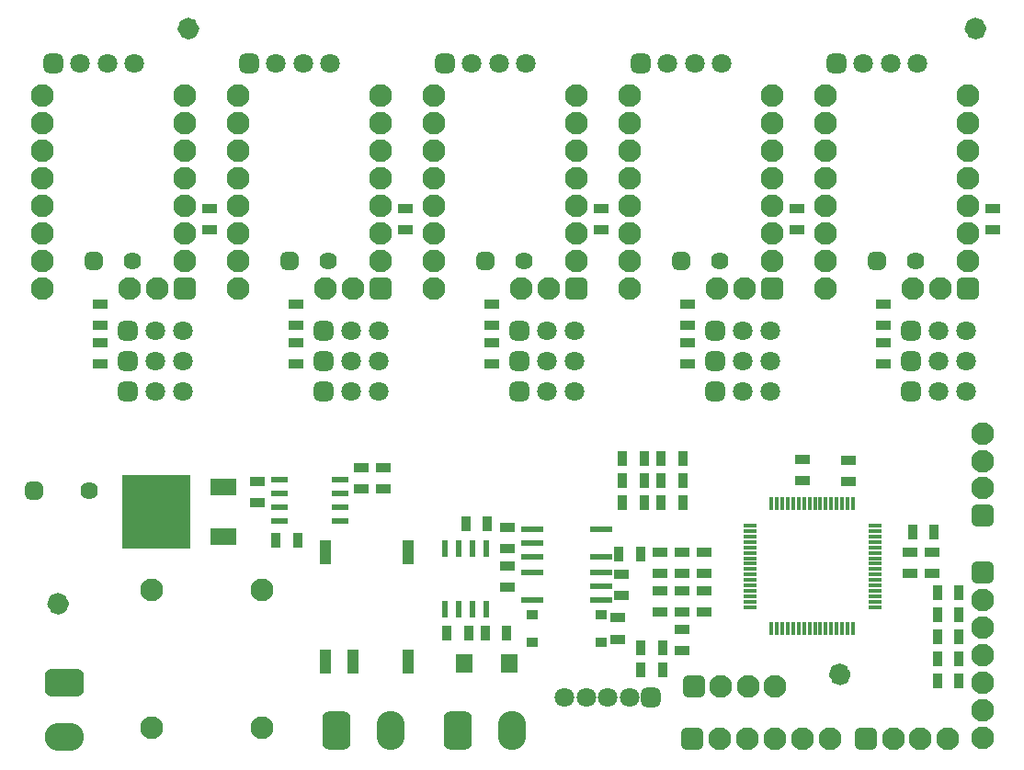
<source format=gts>
G04*
G04 #@! TF.GenerationSoftware,Altium Limited,Altium Designer,24.5.2 (23)*
G04*
G04 Layer_Color=8388736*
%FSLAX44Y44*%
%MOMM*%
G71*
G04*
G04 #@! TF.SameCoordinates,211F2C99-C352-4B84-9391-B0A9BACE0CBF*
G04*
G04*
G04 #@! TF.FilePolarity,Negative*
G04*
G01*
G75*
%ADD18C,1.0000*%
%ADD19R,1.3700X0.8112*%
%ADD20R,0.8112X1.3700*%
%ADD21R,2.3860X1.6240*%
%ADD22R,6.3484X6.8310*%
%ADD23R,1.1000X2.2000*%
%ADD24R,1.6240X0.6080*%
%ADD25R,1.6240X1.7510*%
%ADD26R,0.6080X1.6240*%
%ADD27R,2.0050X0.6080*%
%ADD28R,1.1160X0.8620*%
%ADD29R,0.4000X1.3000*%
%ADD30R,1.3000X0.4000*%
%ADD31C,1.8000*%
G04:AMPARAMS|DCode=32|XSize=1.8mm|YSize=1.8mm|CornerRadius=0.475mm|HoleSize=0mm|Usage=FLASHONLY|Rotation=90.000|XOffset=0mm|YOffset=0mm|HoleType=Round|Shape=RoundedRectangle|*
%AMROUNDEDRECTD32*
21,1,1.8000,0.8500,0,0,90.0*
21,1,0.8500,1.8000,0,0,90.0*
1,1,0.9500,0.4250,0.4250*
1,1,0.9500,0.4250,-0.4250*
1,1,0.9500,-0.4250,-0.4250*
1,1,0.9500,-0.4250,0.4250*
%
%ADD32ROUNDEDRECTD32*%
G04:AMPARAMS|DCode=33|XSize=1.624mm|YSize=1.624mm|CornerRadius=0.431mm|HoleSize=0mm|Usage=FLASHONLY|Rotation=0.000|XOffset=0mm|YOffset=0mm|HoleType=Round|Shape=RoundedRectangle|*
%AMROUNDEDRECTD33*
21,1,1.6240,0.7620,0,0,0.0*
21,1,0.7620,1.6240,0,0,0.0*
1,1,0.8620,0.3810,-0.3810*
1,1,0.8620,-0.3810,-0.3810*
1,1,0.8620,-0.3810,0.3810*
1,1,0.8620,0.3810,0.3810*
%
%ADD33ROUNDEDRECTD33*%
%ADD34C,1.6240*%
%ADD35O,3.6000X2.6000*%
G04:AMPARAMS|DCode=36|XSize=2.6mm|YSize=3.6mm|CornerRadius=0.675mm|HoleSize=0mm|Usage=FLASHONLY|Rotation=270.000|XOffset=0mm|YOffset=0mm|HoleType=Round|Shape=RoundedRectangle|*
%AMROUNDEDRECTD36*
21,1,2.6000,2.2500,0,0,270.0*
21,1,1.2500,3.6000,0,0,270.0*
1,1,1.3500,-1.1250,-0.6250*
1,1,1.3500,-1.1250,0.6250*
1,1,1.3500,1.1250,0.6250*
1,1,1.3500,1.1250,-0.6250*
%
%ADD36ROUNDEDRECTD36*%
%ADD37O,2.6000X3.6000*%
G04:AMPARAMS|DCode=38|XSize=2.6mm|YSize=3.6mm|CornerRadius=0.675mm|HoleSize=0mm|Usage=FLASHONLY|Rotation=0.000|XOffset=0mm|YOffset=0mm|HoleType=Round|Shape=RoundedRectangle|*
%AMROUNDEDRECTD38*
21,1,2.6000,2.2500,0,0,0.0*
21,1,1.2500,3.6000,0,0,0.0*
1,1,1.3500,0.6250,-1.1250*
1,1,1.3500,-0.6250,-1.1250*
1,1,1.3500,-0.6250,1.1250*
1,1,1.3500,0.6250,1.1250*
%
%ADD38ROUNDEDRECTD38*%
%ADD39C,2.1000*%
G04:AMPARAMS|DCode=40|XSize=2.1mm|YSize=2.1mm|CornerRadius=0.55mm|HoleSize=0mm|Usage=FLASHONLY|Rotation=90.000|XOffset=0mm|YOffset=0mm|HoleType=Round|Shape=RoundedRectangle|*
%AMROUNDEDRECTD40*
21,1,2.1000,1.0000,0,0,90.0*
21,1,1.0000,2.1000,0,0,90.0*
1,1,1.1000,0.5000,0.5000*
1,1,1.1000,0.5000,-0.5000*
1,1,1.1000,-0.5000,-0.5000*
1,1,1.1000,-0.5000,0.5000*
%
%ADD40ROUNDEDRECTD40*%
G04:AMPARAMS|DCode=41|XSize=2.1mm|YSize=2.1mm|CornerRadius=0.55mm|HoleSize=0mm|Usage=FLASHONLY|Rotation=0.000|XOffset=0mm|YOffset=0mm|HoleType=Round|Shape=RoundedRectangle|*
%AMROUNDEDRECTD41*
21,1,2.1000,1.0000,0,0,0.0*
21,1,1.0000,2.1000,0,0,0.0*
1,1,1.1000,0.5000,-0.5000*
1,1,1.1000,-0.5000,-0.5000*
1,1,1.1000,-0.5000,0.5000*
1,1,1.1000,0.5000,0.5000*
%
%ADD41ROUNDEDRECTD41*%
%ADD42C,0.7000*%
D18*
X869070Y611010D02*
G03*
X869070Y611010I-5000J0D01*
G01*
X989070Y1141010D02*
G03*
X989070Y1141010I-5000J0D01*
G01*
X1714070D02*
G03*
X1714070Y1141010I-5000J0D01*
G01*
X1589070Y546010D02*
G03*
X1589070Y546010I-5000J0D01*
G01*
D19*
X1443990Y867664D02*
D03*
Y887476D02*
D03*
X1459230Y603504D02*
D03*
Y623316D02*
D03*
X1163320Y736346D02*
D03*
Y716534D02*
D03*
X1047750Y723646D02*
D03*
Y703834D02*
D03*
X1143000Y716534D02*
D03*
Y736346D02*
D03*
X1379220Y578358D02*
D03*
Y598170D02*
D03*
X1383030Y618744D02*
D03*
Y638556D02*
D03*
X1277620Y646176D02*
D03*
Y626364D02*
D03*
X1418590Y658876D02*
D03*
Y639064D02*
D03*
X1438910Y658876D02*
D03*
Y639064D02*
D03*
X1459230Y658876D02*
D03*
Y639064D02*
D03*
X1438910Y603504D02*
D03*
Y623316D02*
D03*
X1418590Y603504D02*
D03*
Y623316D02*
D03*
X1668780Y639064D02*
D03*
Y658876D02*
D03*
X1438910Y567944D02*
D03*
Y587756D02*
D03*
X1549400Y743966D02*
D03*
Y724154D02*
D03*
X1591746Y743390D02*
D03*
Y723578D02*
D03*
X1648460Y658876D02*
D03*
Y639064D02*
D03*
X902970Y851916D02*
D03*
Y832104D02*
D03*
Y887476D02*
D03*
Y867664D02*
D03*
X1083310Y887476D02*
D03*
Y867664D02*
D03*
Y851916D02*
D03*
Y832104D02*
D03*
X1263650Y851916D02*
D03*
Y832104D02*
D03*
Y887476D02*
D03*
Y867664D02*
D03*
X1443990Y851916D02*
D03*
Y832104D02*
D03*
X1624330Y887476D02*
D03*
Y867664D02*
D03*
Y851916D02*
D03*
Y832104D02*
D03*
X1003300Y955294D02*
D03*
Y975106D02*
D03*
X1183640Y955294D02*
D03*
Y975106D02*
D03*
X1363980Y955294D02*
D03*
Y975106D02*
D03*
X1544320Y955294D02*
D03*
Y975106D02*
D03*
X1724660D02*
D03*
Y955294D02*
D03*
X1277620Y661924D02*
D03*
Y681736D02*
D03*
D20*
X1403898Y724440D02*
D03*
X1384086D02*
D03*
X1401064Y570230D02*
D03*
X1420876D02*
D03*
X1064768Y669290D02*
D03*
X1084580D02*
D03*
X1277366Y584200D02*
D03*
X1257554D02*
D03*
X1242060D02*
D03*
X1222248D02*
D03*
X1403898Y744760D02*
D03*
X1384086D02*
D03*
Y704120D02*
D03*
X1403898D02*
D03*
X1419646Y724440D02*
D03*
X1439458D02*
D03*
X1380744Y656590D02*
D03*
X1400556D02*
D03*
X1693926Y560070D02*
D03*
X1674114D02*
D03*
X1693926Y539750D02*
D03*
X1674114D02*
D03*
X1651254Y676910D02*
D03*
X1671066D02*
D03*
X1401064Y549910D02*
D03*
X1420876D02*
D03*
X1693926Y600710D02*
D03*
X1674114D02*
D03*
X1693926Y621030D02*
D03*
X1674114D02*
D03*
X1439458Y744760D02*
D03*
X1419646D02*
D03*
X1693926Y580390D02*
D03*
X1674114D02*
D03*
X1439458Y704120D02*
D03*
X1419646D02*
D03*
X1239774Y684530D02*
D03*
X1259586D02*
D03*
D21*
X1016000Y718820D02*
D03*
Y673100D02*
D03*
D22*
X954532Y695960D02*
D03*
D23*
X1186180Y658830D02*
D03*
X1135380Y557830D02*
D03*
X1109980Y658830D02*
D03*
Y557830D02*
D03*
X1186180D02*
D03*
D24*
X1123950Y699770D02*
D03*
X1068070D02*
D03*
X1123950Y712470D02*
D03*
X1068070D02*
D03*
X1123950Y687070D02*
D03*
X1068070D02*
D03*
X1123950Y725170D02*
D03*
X1068070D02*
D03*
D25*
X1237742Y556260D02*
D03*
X1279398D02*
D03*
D26*
X1220470Y605790D02*
D03*
Y661670D02*
D03*
X1258570Y605790D02*
D03*
Y661670D02*
D03*
X1233170Y605790D02*
D03*
Y661670D02*
D03*
X1245870Y605790D02*
D03*
Y661670D02*
D03*
D27*
X1363980Y654050D02*
D03*
Y679450D02*
D03*
X1300480Y654050D02*
D03*
Y666750D02*
D03*
Y679450D02*
D03*
Y640080D02*
D03*
X1363980D02*
D03*
X1300480Y614680D02*
D03*
X1363980D02*
D03*
Y627380D02*
D03*
D28*
X1300480Y600710D02*
D03*
Y575310D02*
D03*
X1363980Y600710D02*
D03*
Y575310D02*
D03*
D29*
X1521186Y703004D02*
D03*
X1526186D02*
D03*
X1531186D02*
D03*
X1536186D02*
D03*
X1541186D02*
D03*
X1546186D02*
D03*
X1551186D02*
D03*
X1556186D02*
D03*
X1586186D02*
D03*
X1581186D02*
D03*
X1576186D02*
D03*
X1571186D02*
D03*
X1566186D02*
D03*
X1561186D02*
D03*
X1591186D02*
D03*
X1596186D02*
D03*
X1521186Y588004D02*
D03*
X1526186D02*
D03*
X1531186D02*
D03*
X1536186D02*
D03*
X1551186D02*
D03*
X1546186D02*
D03*
X1541186D02*
D03*
X1566186D02*
D03*
X1561186D02*
D03*
X1556186D02*
D03*
X1581186D02*
D03*
X1576186D02*
D03*
X1571186D02*
D03*
X1596186D02*
D03*
X1591186D02*
D03*
X1586186D02*
D03*
D30*
X1616186Y683004D02*
D03*
Y678004D02*
D03*
Y673004D02*
D03*
Y668004D02*
D03*
Y608004D02*
D03*
Y613004D02*
D03*
Y618004D02*
D03*
Y623004D02*
D03*
Y628004D02*
D03*
Y633004D02*
D03*
Y663004D02*
D03*
Y658004D02*
D03*
Y653004D02*
D03*
Y648004D02*
D03*
Y643004D02*
D03*
Y638004D02*
D03*
X1501186Y683004D02*
D03*
Y678004D02*
D03*
Y673004D02*
D03*
Y668004D02*
D03*
Y638004D02*
D03*
Y643004D02*
D03*
Y648004D02*
D03*
Y653004D02*
D03*
Y658004D02*
D03*
Y663004D02*
D03*
Y633004D02*
D03*
Y628004D02*
D03*
Y623004D02*
D03*
Y618004D02*
D03*
Y613004D02*
D03*
Y608004D02*
D03*
D31*
X1494790Y862330D02*
D03*
X1520190D02*
D03*
X1390330Y524510D02*
D03*
X1370330D02*
D03*
X1350330D02*
D03*
X1330330D02*
D03*
X979170Y862330D02*
D03*
X953770D02*
D03*
Y834390D02*
D03*
X979170D02*
D03*
X953770Y806450D02*
D03*
X979170D02*
D03*
X884320Y1108710D02*
D03*
X909320D02*
D03*
X934320D02*
D03*
X1159510Y862330D02*
D03*
X1134110D02*
D03*
Y834390D02*
D03*
X1159510D02*
D03*
X1134110Y806450D02*
D03*
X1159510D02*
D03*
X1064660Y1108710D02*
D03*
X1089660D02*
D03*
X1114660D02*
D03*
X1245000D02*
D03*
X1270000D02*
D03*
X1295000D02*
D03*
X1314450Y806450D02*
D03*
X1339850D02*
D03*
X1314450Y834390D02*
D03*
X1339850D02*
D03*
Y862330D02*
D03*
X1314450D02*
D03*
X1425340Y1108710D02*
D03*
X1450340D02*
D03*
X1475340D02*
D03*
X1494790Y834390D02*
D03*
X1520190D02*
D03*
X1494790Y806450D02*
D03*
X1520190D02*
D03*
X1675130D02*
D03*
X1700530D02*
D03*
X1675130Y834390D02*
D03*
X1700530D02*
D03*
Y862330D02*
D03*
X1675130D02*
D03*
X1605680Y1108710D02*
D03*
X1630680D02*
D03*
X1655680D02*
D03*
D32*
X1469390Y862330D02*
D03*
X1410330Y524510D02*
D03*
X928370Y862330D02*
D03*
Y834390D02*
D03*
Y806450D02*
D03*
X859320Y1108710D02*
D03*
X1108710Y862330D02*
D03*
Y834390D02*
D03*
Y806450D02*
D03*
X1039660Y1108710D02*
D03*
X1220000D02*
D03*
X1289050Y806450D02*
D03*
Y834390D02*
D03*
Y862330D02*
D03*
X1400340Y1108710D02*
D03*
X1469390Y834390D02*
D03*
Y806450D02*
D03*
X1649730D02*
D03*
Y834390D02*
D03*
Y862330D02*
D03*
X1580680Y1108710D02*
D03*
D33*
X842010Y715010D02*
D03*
X896620Y927100D02*
D03*
X1076960D02*
D03*
X1257300D02*
D03*
X1437640D02*
D03*
X1617980D02*
D03*
D34*
X892810Y715010D02*
D03*
X932180Y927100D02*
D03*
X1112520D02*
D03*
X1292860D02*
D03*
X1473200D02*
D03*
X1653540D02*
D03*
D35*
X869950Y488080D02*
D03*
D36*
Y538080D02*
D03*
D37*
X1170540Y494030D02*
D03*
X1282300D02*
D03*
D38*
X1120540D02*
D03*
X1232300D02*
D03*
D39*
X1051560Y623570D02*
D03*
Y496570D02*
D03*
X949960Y623570D02*
D03*
Y496570D02*
D03*
X1524000Y486410D02*
D03*
X1498600D02*
D03*
X1473200D02*
D03*
X1549400D02*
D03*
X1574800D02*
D03*
X1715770Y563880D02*
D03*
Y589280D02*
D03*
Y614680D02*
D03*
Y538480D02*
D03*
Y513080D02*
D03*
Y487680D02*
D03*
X1474470Y534670D02*
D03*
X1499470D02*
D03*
X1524470D02*
D03*
X849440Y1079500D02*
D03*
Y1054100D02*
D03*
Y1028700D02*
D03*
Y1003300D02*
D03*
Y927100D02*
D03*
Y952500D02*
D03*
Y977900D02*
D03*
X929640Y901700D02*
D03*
X955040D02*
D03*
X849440D02*
D03*
X980440Y1079500D02*
D03*
Y1054100D02*
D03*
Y1028700D02*
D03*
Y1003300D02*
D03*
Y927100D02*
D03*
Y952500D02*
D03*
Y977900D02*
D03*
X1029780Y1079500D02*
D03*
Y1054100D02*
D03*
Y1028700D02*
D03*
Y1003300D02*
D03*
Y927100D02*
D03*
Y952500D02*
D03*
Y977900D02*
D03*
X1109980Y901700D02*
D03*
X1135380D02*
D03*
X1029780D02*
D03*
X1160780Y1079500D02*
D03*
Y1054100D02*
D03*
Y1028700D02*
D03*
Y1003300D02*
D03*
Y927100D02*
D03*
Y952500D02*
D03*
Y977900D02*
D03*
X1210120Y1079500D02*
D03*
Y1054100D02*
D03*
Y1028700D02*
D03*
Y1003300D02*
D03*
Y927100D02*
D03*
Y952500D02*
D03*
Y977900D02*
D03*
X1290320Y901700D02*
D03*
X1315720D02*
D03*
X1210120D02*
D03*
X1341120Y1079500D02*
D03*
Y1054100D02*
D03*
Y1028700D02*
D03*
Y1003300D02*
D03*
Y927100D02*
D03*
Y952500D02*
D03*
Y977900D02*
D03*
X1701800D02*
D03*
Y952500D02*
D03*
Y927100D02*
D03*
Y1003300D02*
D03*
Y1028700D02*
D03*
Y1054100D02*
D03*
Y1079500D02*
D03*
X1570800Y901700D02*
D03*
X1676400D02*
D03*
X1651000D02*
D03*
X1570800Y977900D02*
D03*
Y952500D02*
D03*
Y927100D02*
D03*
Y1003300D02*
D03*
Y1028700D02*
D03*
Y1054100D02*
D03*
Y1079500D02*
D03*
X1521460Y977900D02*
D03*
Y952500D02*
D03*
Y927100D02*
D03*
Y1003300D02*
D03*
Y1028700D02*
D03*
Y1054100D02*
D03*
Y1079500D02*
D03*
X1390460Y901700D02*
D03*
X1496060D02*
D03*
X1470660D02*
D03*
X1390460Y977900D02*
D03*
Y952500D02*
D03*
Y927100D02*
D03*
Y1003300D02*
D03*
Y1028700D02*
D03*
Y1054100D02*
D03*
Y1079500D02*
D03*
X1715770Y767550D02*
D03*
Y717550D02*
D03*
Y742550D02*
D03*
X1683220Y486410D02*
D03*
X1633220D02*
D03*
X1658220D02*
D03*
D40*
X1447800D02*
D03*
X1449470Y534670D02*
D03*
X1608220Y486410D02*
D03*
D41*
X1715770Y640080D02*
D03*
X980440Y901700D02*
D03*
X1160780D02*
D03*
X1341120D02*
D03*
X1701800D02*
D03*
X1521460D02*
D03*
X1715770Y692550D02*
D03*
D42*
X927100Y688340D02*
D03*
X971550Y715010D02*
D03*
X948690Y670560D02*
D03*
X960120Y706120D02*
D03*
X971550Y670560D02*
D03*
Y706120D02*
D03*
X960120Y723900D02*
D03*
X927100Y679450D02*
D03*
X981710Y723900D02*
D03*
Y688340D02*
D03*
Y715010D02*
D03*
X960120Y670560D02*
D03*
Y688340D02*
D03*
X948690Y715010D02*
D03*
X981710Y697230D02*
D03*
X948690Y723900D02*
D03*
X937260Y679450D02*
D03*
Y697230D02*
D03*
X927100Y670560D02*
D03*
Y723900D02*
D03*
X948690Y679450D02*
D03*
Y688340D02*
D03*
Y706120D02*
D03*
X981710Y679450D02*
D03*
Y670560D02*
D03*
X937260Y688340D02*
D03*
X948690Y697230D02*
D03*
X937260Y715010D02*
D03*
X971550Y697230D02*
D03*
Y688340D02*
D03*
X960120Y697230D02*
D03*
X937260Y706120D02*
D03*
Y670560D02*
D03*
X971550Y723900D02*
D03*
X981710Y706120D02*
D03*
X927100D02*
D03*
X960120Y679450D02*
D03*
X927100Y715010D02*
D03*
X971550Y679450D02*
D03*
X927100Y697230D02*
D03*
X960120Y715010D02*
D03*
X937260Y723900D02*
D03*
M02*

</source>
